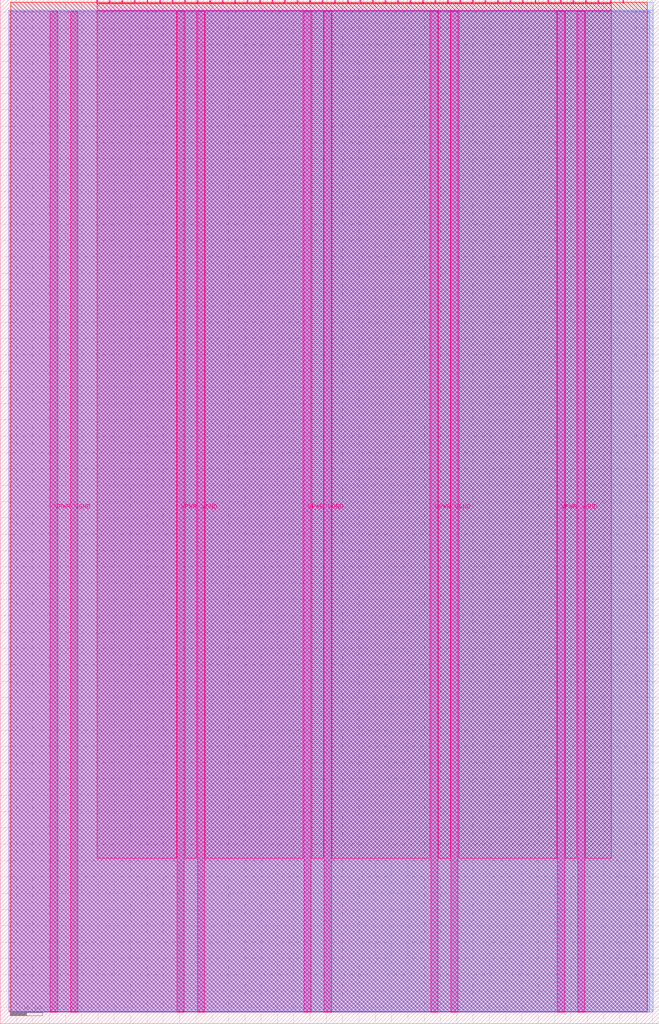
<source format=lef>
VERSION 5.7 ;
  NOWIREEXTENSIONATPIN ON ;
  DIVIDERCHAR "/" ;
  BUSBITCHARS "[]" ;
MACRO tt_um_branch_pred
  CLASS BLOCK ;
  FOREIGN tt_um_branch_pred ;
  ORIGIN 0.000 0.000 ;
  SIZE 202.080 BY 313.740 ;
  PIN VGND
    DIRECTION INOUT ;
    USE GROUND ;
    PORT
      LAYER Metal5 ;
        RECT 21.580 3.560 23.780 310.180 ;
    END
    PORT
      LAYER Metal5 ;
        RECT 60.450 3.560 62.650 310.180 ;
    END
    PORT
      LAYER Metal5 ;
        RECT 99.320 3.560 101.520 310.180 ;
    END
    PORT
      LAYER Metal5 ;
        RECT 138.190 3.560 140.390 310.180 ;
    END
    PORT
      LAYER Metal5 ;
        RECT 177.060 3.560 179.260 310.180 ;
    END
  END VGND
  PIN VPWR
    DIRECTION INOUT ;
    USE POWER ;
    PORT
      LAYER Metal5 ;
        RECT 15.380 3.560 17.580 310.180 ;
    END
    PORT
      LAYER Metal5 ;
        RECT 54.250 3.560 56.450 310.180 ;
    END
    PORT
      LAYER Metal5 ;
        RECT 93.120 3.560 95.320 310.180 ;
    END
    PORT
      LAYER Metal5 ;
        RECT 131.990 3.560 134.190 310.180 ;
    END
    PORT
      LAYER Metal5 ;
        RECT 170.860 3.560 173.060 310.180 ;
    END
  END VPWR
  PIN clk
    DIRECTION INPUT ;
    USE SIGNAL ;
    ANTENNAGATEAREA 0.426400 ;
    PORT
      LAYER Metal5 ;
        RECT 187.050 312.740 187.350 313.740 ;
    END
  END clk
  PIN ena
    DIRECTION INPUT ;
    USE SIGNAL ;
    PORT
      LAYER Metal5 ;
        RECT 190.890 312.740 191.190 313.740 ;
    END
  END ena
  PIN rst_n
    DIRECTION INPUT ;
    USE SIGNAL ;
    ANTENNAGATEAREA 0.639600 ;
    PORT
      LAYER Metal5 ;
        RECT 183.210 312.740 183.510 313.740 ;
    END
  END rst_n
  PIN ui_in[0]
    DIRECTION INPUT ;
    USE SIGNAL ;
    PORT
      LAYER Metal5 ;
        RECT 179.370 312.740 179.670 313.740 ;
    END
  END ui_in[0]
  PIN ui_in[1]
    DIRECTION INPUT ;
    USE SIGNAL ;
    PORT
      LAYER Metal5 ;
        RECT 175.530 312.740 175.830 313.740 ;
    END
  END ui_in[1]
  PIN ui_in[2]
    DIRECTION INPUT ;
    USE SIGNAL ;
    ANTENNAGATEAREA 0.213200 ;
    PORT
      LAYER Metal5 ;
        RECT 171.690 312.740 171.990 313.740 ;
    END
  END ui_in[2]
  PIN ui_in[3]
    DIRECTION INPUT ;
    USE SIGNAL ;
    ANTENNAGATEAREA 0.180700 ;
    PORT
      LAYER Metal5 ;
        RECT 167.850 312.740 168.150 313.740 ;
    END
  END ui_in[3]
  PIN ui_in[4]
    DIRECTION INPUT ;
    USE SIGNAL ;
    ANTENNAGATEAREA 0.180700 ;
    PORT
      LAYER Metal5 ;
        RECT 164.010 312.740 164.310 313.740 ;
    END
  END ui_in[4]
  PIN ui_in[5]
    DIRECTION INPUT ;
    USE SIGNAL ;
    PORT
      LAYER Metal5 ;
        RECT 160.170 312.740 160.470 313.740 ;
    END
  END ui_in[5]
  PIN ui_in[6]
    DIRECTION INPUT ;
    USE SIGNAL ;
    PORT
      LAYER Metal5 ;
        RECT 156.330 312.740 156.630 313.740 ;
    END
  END ui_in[6]
  PIN ui_in[7]
    DIRECTION INPUT ;
    USE SIGNAL ;
    PORT
      LAYER Metal5 ;
        RECT 152.490 312.740 152.790 313.740 ;
    END
  END ui_in[7]
  PIN uio_in[0]
    DIRECTION INPUT ;
    USE SIGNAL ;
    ANTENNAGATEAREA 0.180700 ;
    PORT
      LAYER Metal5 ;
        RECT 148.650 312.740 148.950 313.740 ;
    END
  END uio_in[0]
  PIN uio_in[1]
    DIRECTION INPUT ;
    USE SIGNAL ;
    ANTENNAGATEAREA 0.314600 ;
    PORT
      LAYER Metal5 ;
        RECT 144.810 312.740 145.110 313.740 ;
    END
  END uio_in[1]
  PIN uio_in[2]
    DIRECTION INPUT ;
    USE SIGNAL ;
    PORT
      LAYER Metal5 ;
        RECT 140.970 312.740 141.270 313.740 ;
    END
  END uio_in[2]
  PIN uio_in[3]
    DIRECTION INPUT ;
    USE SIGNAL ;
    PORT
      LAYER Metal5 ;
        RECT 137.130 312.740 137.430 313.740 ;
    END
  END uio_in[3]
  PIN uio_in[4]
    DIRECTION INPUT ;
    USE SIGNAL ;
    PORT
      LAYER Metal5 ;
        RECT 133.290 312.740 133.590 313.740 ;
    END
  END uio_in[4]
  PIN uio_in[5]
    DIRECTION INPUT ;
    USE SIGNAL ;
    PORT
      LAYER Metal5 ;
        RECT 129.450 312.740 129.750 313.740 ;
    END
  END uio_in[5]
  PIN uio_in[6]
    DIRECTION INPUT ;
    USE SIGNAL ;
    PORT
      LAYER Metal5 ;
        RECT 125.610 312.740 125.910 313.740 ;
    END
  END uio_in[6]
  PIN uio_in[7]
    DIRECTION INPUT ;
    USE SIGNAL ;
    ANTENNAGATEAREA 0.213200 ;
    PORT
      LAYER Metal5 ;
        RECT 121.770 312.740 122.070 313.740 ;
    END
  END uio_in[7]
  PIN uio_oe[0]
    DIRECTION OUTPUT ;
    USE SIGNAL ;
    ANTENNADIFFAREA 0.299200 ;
    PORT
      LAYER Metal5 ;
        RECT 56.490 312.740 56.790 313.740 ;
    END
  END uio_oe[0]
  PIN uio_oe[1]
    DIRECTION OUTPUT ;
    USE SIGNAL ;
    ANTENNADIFFAREA 0.299200 ;
    PORT
      LAYER Metal5 ;
        RECT 52.650 312.740 52.950 313.740 ;
    END
  END uio_oe[1]
  PIN uio_oe[2]
    DIRECTION OUTPUT ;
    USE SIGNAL ;
    ANTENNADIFFAREA 0.392700 ;
    PORT
      LAYER Metal5 ;
        RECT 48.810 312.740 49.110 313.740 ;
    END
  END uio_oe[2]
  PIN uio_oe[3]
    DIRECTION OUTPUT ;
    USE SIGNAL ;
    ANTENNADIFFAREA 0.392700 ;
    PORT
      LAYER Metal5 ;
        RECT 44.970 312.740 45.270 313.740 ;
    END
  END uio_oe[3]
  PIN uio_oe[4]
    DIRECTION OUTPUT ;
    USE SIGNAL ;
    ANTENNADIFFAREA 0.392700 ;
    PORT
      LAYER Metal5 ;
        RECT 41.130 312.740 41.430 313.740 ;
    END
  END uio_oe[4]
  PIN uio_oe[5]
    DIRECTION OUTPUT ;
    USE SIGNAL ;
    ANTENNADIFFAREA 0.392700 ;
    PORT
      LAYER Metal5 ;
        RECT 37.290 312.740 37.590 313.740 ;
    END
  END uio_oe[5]
  PIN uio_oe[6]
    DIRECTION OUTPUT ;
    USE SIGNAL ;
    ANTENNADIFFAREA 0.392700 ;
    PORT
      LAYER Metal5 ;
        RECT 33.450 312.740 33.750 313.740 ;
    END
  END uio_oe[6]
  PIN uio_oe[7]
    DIRECTION OUTPUT ;
    USE SIGNAL ;
    ANTENNADIFFAREA 0.299200 ;
    PORT
      LAYER Metal5 ;
        RECT 29.610 312.740 29.910 313.740 ;
    END
  END uio_oe[7]
  PIN uio_out[0]
    DIRECTION OUTPUT ;
    USE SIGNAL ;
    ANTENNADIFFAREA 0.299200 ;
    PORT
      LAYER Metal5 ;
        RECT 87.210 312.740 87.510 313.740 ;
    END
  END uio_out[0]
  PIN uio_out[1]
    DIRECTION OUTPUT ;
    USE SIGNAL ;
    ANTENNADIFFAREA 0.299200 ;
    PORT
      LAYER Metal5 ;
        RECT 83.370 312.740 83.670 313.740 ;
    END
  END uio_out[1]
  PIN uio_out[2]
    DIRECTION OUTPUT ;
    USE SIGNAL ;
    ANTENNADIFFAREA 0.654800 ;
    PORT
      LAYER Metal5 ;
        RECT 79.530 312.740 79.830 313.740 ;
    END
  END uio_out[2]
  PIN uio_out[3]
    DIRECTION OUTPUT ;
    USE SIGNAL ;
    ANTENNADIFFAREA 0.654800 ;
    PORT
      LAYER Metal5 ;
        RECT 75.690 312.740 75.990 313.740 ;
    END
  END uio_out[3]
  PIN uio_out[4]
    DIRECTION OUTPUT ;
    USE SIGNAL ;
    ANTENNADIFFAREA 0.654800 ;
    PORT
      LAYER Metal5 ;
        RECT 71.850 312.740 72.150 313.740 ;
    END
  END uio_out[4]
  PIN uio_out[5]
    DIRECTION OUTPUT ;
    USE SIGNAL ;
    ANTENNADIFFAREA 0.654800 ;
    PORT
      LAYER Metal5 ;
        RECT 68.010 312.740 68.310 313.740 ;
    END
  END uio_out[5]
  PIN uio_out[6]
    DIRECTION OUTPUT ;
    USE SIGNAL ;
    ANTENNADIFFAREA 0.706800 ;
    PORT
      LAYER Metal5 ;
        RECT 64.170 312.740 64.470 313.740 ;
    END
  END uio_out[6]
  PIN uio_out[7]
    DIRECTION OUTPUT ;
    USE SIGNAL ;
    ANTENNADIFFAREA 0.299200 ;
    PORT
      LAYER Metal5 ;
        RECT 60.330 312.740 60.630 313.740 ;
    END
  END uio_out[7]
  PIN uo_out[0]
    DIRECTION OUTPUT ;
    USE SIGNAL ;
    ANTENNADIFFAREA 0.654800 ;
    PORT
      LAYER Metal5 ;
        RECT 117.930 312.740 118.230 313.740 ;
    END
  END uo_out[0]
  PIN uo_out[1]
    DIRECTION OUTPUT ;
    USE SIGNAL ;
    ANTENNADIFFAREA 0.706800 ;
    PORT
      LAYER Metal5 ;
        RECT 114.090 312.740 114.390 313.740 ;
    END
  END uo_out[1]
  PIN uo_out[2]
    DIRECTION OUTPUT ;
    USE SIGNAL ;
    ANTENNADIFFAREA 0.706800 ;
    PORT
      LAYER Metal5 ;
        RECT 110.250 312.740 110.550 313.740 ;
    END
  END uo_out[2]
  PIN uo_out[3]
    DIRECTION OUTPUT ;
    USE SIGNAL ;
    ANTENNADIFFAREA 0.654800 ;
    PORT
      LAYER Metal5 ;
        RECT 106.410 312.740 106.710 313.740 ;
    END
  END uo_out[3]
  PIN uo_out[4]
    DIRECTION OUTPUT ;
    USE SIGNAL ;
    ANTENNADIFFAREA 0.654800 ;
    PORT
      LAYER Metal5 ;
        RECT 102.570 312.740 102.870 313.740 ;
    END
  END uo_out[4]
  PIN uo_out[5]
    DIRECTION OUTPUT ;
    USE SIGNAL ;
    ANTENNAGATEAREA 0.213200 ;
    ANTENNADIFFAREA 0.632400 ;
    PORT
      LAYER Metal5 ;
        RECT 98.730 312.740 99.030 313.740 ;
    END
  END uo_out[5]
  PIN uo_out[6]
    DIRECTION OUTPUT ;
    USE SIGNAL ;
    ANTENNAGATEAREA 0.492200 ;
    ANTENNADIFFAREA 0.632400 ;
    PORT
      LAYER Metal5 ;
        RECT 94.890 312.740 95.190 313.740 ;
    END
  END uo_out[6]
  PIN uo_out[7]
    DIRECTION OUTPUT ;
    USE SIGNAL ;
    ANTENNADIFFAREA 0.654800 ;
    PORT
      LAYER Metal5 ;
        RECT 91.050 312.740 91.350 313.740 ;
    END
  END uo_out[7]
  OBS
      LAYER GatPoly ;
        RECT 2.880 3.630 199.200 310.110 ;
      LAYER Metal1 ;
        RECT 2.880 3.560 199.200 310.180 ;
      LAYER Metal2 ;
        RECT 2.605 3.680 200.305 310.480 ;
      LAYER Metal3 ;
        RECT 3.260 3.635 200.260 313.045 ;
      LAYER Metal4 ;
        RECT 3.215 3.680 198.385 313.000 ;
      LAYER Metal5 ;
        RECT 30.120 312.530 33.240 312.740 ;
        RECT 33.960 312.530 37.080 312.740 ;
        RECT 37.800 312.530 40.920 312.740 ;
        RECT 41.640 312.530 44.760 312.740 ;
        RECT 45.480 312.530 48.600 312.740 ;
        RECT 49.320 312.530 52.440 312.740 ;
        RECT 53.160 312.530 56.280 312.740 ;
        RECT 57.000 312.530 60.120 312.740 ;
        RECT 60.840 312.530 63.960 312.740 ;
        RECT 64.680 312.530 67.800 312.740 ;
        RECT 68.520 312.530 71.640 312.740 ;
        RECT 72.360 312.530 75.480 312.740 ;
        RECT 76.200 312.530 79.320 312.740 ;
        RECT 80.040 312.530 83.160 312.740 ;
        RECT 83.880 312.530 87.000 312.740 ;
        RECT 87.720 312.530 90.840 312.740 ;
        RECT 91.560 312.530 94.680 312.740 ;
        RECT 95.400 312.530 98.520 312.740 ;
        RECT 99.240 312.530 102.360 312.740 ;
        RECT 103.080 312.530 106.200 312.740 ;
        RECT 106.920 312.530 110.040 312.740 ;
        RECT 110.760 312.530 113.880 312.740 ;
        RECT 114.600 312.530 117.720 312.740 ;
        RECT 118.440 312.530 121.560 312.740 ;
        RECT 122.280 312.530 125.400 312.740 ;
        RECT 126.120 312.530 129.240 312.740 ;
        RECT 129.960 312.530 133.080 312.740 ;
        RECT 133.800 312.530 136.920 312.740 ;
        RECT 137.640 312.530 140.760 312.740 ;
        RECT 141.480 312.530 144.600 312.740 ;
        RECT 145.320 312.530 148.440 312.740 ;
        RECT 149.160 312.530 152.280 312.740 ;
        RECT 153.000 312.530 156.120 312.740 ;
        RECT 156.840 312.530 159.960 312.740 ;
        RECT 160.680 312.530 163.800 312.740 ;
        RECT 164.520 312.530 167.640 312.740 ;
        RECT 168.360 312.530 171.480 312.740 ;
        RECT 172.200 312.530 175.320 312.740 ;
        RECT 176.040 312.530 179.160 312.740 ;
        RECT 179.880 312.530 183.000 312.740 ;
        RECT 183.720 312.530 186.840 312.740 ;
        RECT 29.660 310.390 187.300 312.530 ;
        RECT 29.660 50.675 54.040 310.390 ;
        RECT 56.660 50.675 60.240 310.390 ;
        RECT 62.860 50.675 92.910 310.390 ;
        RECT 95.530 50.675 99.110 310.390 ;
        RECT 101.730 50.675 131.780 310.390 ;
        RECT 134.400 50.675 137.980 310.390 ;
        RECT 140.600 50.675 170.650 310.390 ;
        RECT 173.270 50.675 176.850 310.390 ;
        RECT 179.470 50.675 187.300 310.390 ;
  END
END tt_um_branch_pred
END LIBRARY


</source>
